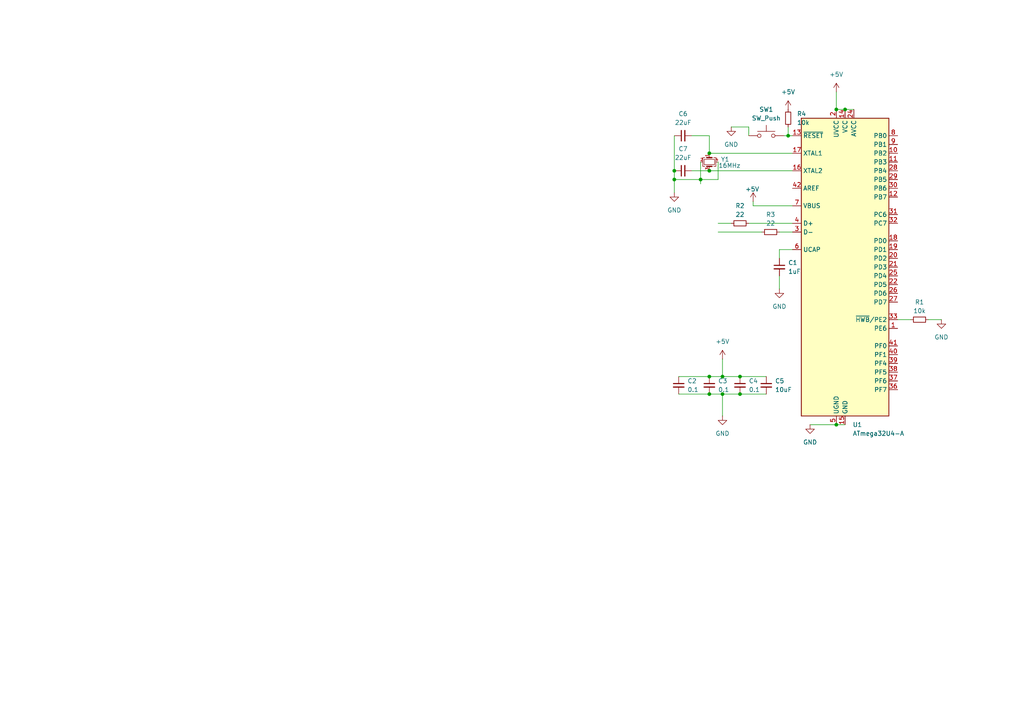
<source format=kicad_sch>
(kicad_sch (version 20231120) (generator "eeschema") (generator_version "8.0")
  (paper "A4")
  (lib_symbols
    (symbol "Device:C_Small" (pin_numbers hide) (pin_names (offset 0.254) hide)
      (property "Reference" "C" (at 0.254 1.778 0))
      (property "Value" "C_Small" (at 0.254 -2.032 0))
      (symbol "C_Small_0_1"
        (polyline (pts (xy -1.524 -0.508) (xy 1.524 -0.508)) (stroke (width 0.3302)))
        (polyline (pts (xy -1.524 0.508) (xy 1.524 0.508)) (stroke (width 0.3048)))
      )
      (symbol "C_Small_1_1"
        (pin passive line (at 0 2.54 270) (length 2.032) (name "~") (number "1"))
        (pin passive line (at 0 -2.54 90) (length 2.032) (name "~") (number "2"))
      )
    )
    (symbol "Device:Crystal_GND24_Small" (pin_names (offset 1.016) hide)
      (property "Reference" "Y" (at 1.27 4.445 0))
      (property "Value" "Crystal_GND24_Small" (at 1.27 2.54 0))
      (symbol "Crystal_GND24_Small_0_1"
        (rectangle (start -0.762 -1.524) (end 0.762 1.524))
        (polyline (pts (xy -1.27 -0.762) (xy -1.27 0.762)) (stroke (width 0.381)))
        (polyline (pts (xy 1.27 -0.762) (xy 1.27 0.762)) (stroke (width 0.381)))
        (polyline (pts (xy -1.27 -1.27) (xy -1.27 -1.905) (xy 1.27 -1.905) (xy 1.27 -1.27)))
        (polyline (pts (xy -1.27 1.27) (xy -1.27 1.905) (xy 1.27 1.905) (xy 1.27 1.27)))
      )
      (symbol "Crystal_GND24_Small_1_1"
        (pin passive line (at -2.54 0 0) (length 1.27) (name "1") (number "1"))
        (pin passive line (at 0 -2.54 90) (length 0.635) (name "2") (number "2"))
        (pin passive line (at 2.54 0 180) (length 1.27) (name "3") (number "3"))
        (pin passive line (at 0 2.54 270) (length 0.635) (name "4") (number "4"))
      )
    )
    (symbol "Device:R_Small" (pin_numbers hide) (pin_names (offset 0.254) hide)
      (property "Reference" "R" (at 0.762 0.508 0))
      (property "Value" "R_Small" (at 0.762 -1.016 0))
      (symbol "R_Small_0_1"
        (rectangle (start -0.762 1.778) (end 0.762 -1.778) (stroke (width 0.2032)))
      )
      (symbol "R_Small_1_1"
        (pin passive line (at 0 2.54 270) (length 0.762) (name "~") (number "1"))
        (pin passive line (at 0 -2.54 90) (length 0.762) (name "~") (number "2"))
      )
    )
    (symbol "MCU_Microchip_ATmega:ATmega32U4-A"
      (property "Reference" "U" (at -12.7 44.45 0))
      (property "Value" "ATmega32U4-A" (at 2.54 -44.45 0))
      (symbol "ATmega32U4-A_0_1"
        (rectangle (start -12.7 -43.18) (end 12.7 43.18) (stroke (width 0.254)) (fill (type background)))
      )
      (symbol "ATmega32U4-A_1_1"
        (pin bidirectional line (at 15.24 -17.78 180) (length 2.54) (name "PE6") (number "1"))
        (pin bidirectional line (at 15.24 33.02 180) (length 2.54) (name "PB2") (number "10"))
        (pin bidirectional line (at 15.24 30.48 180) (length 2.54) (name "PB3") (number "11"))
        (pin bidirectional line (at 15.24 20.32 180) (length 2.54) (name "PB7") (number "12"))
        (pin input line (at -15.24 38.1 0) (length 2.54) (name "~{RESET}") (number "13"))
        (pin power_in line (at 0 45.72 270) (length 2.54) (name "VCC") (number "14"))
        (pin power_in line (at 0 -45.72 90) (length 2.54) (name "GND") (number "15"))
        (pin output line (at -15.24 27.94 0) (length 2.54) (name "XTAL2") (number "16"))
        (pin input line (at -15.24 33.02 0) (length 2.54) (name "XTAL1") (number "17"))
        (pin bidirectional line (at 15.24 7.62 180) (length 2.54) (name "PD0") (number "18"))
        (pin bidirectional line (at 15.24 5.08 180) (length 2.54) (name "PD1") (number "19"))
        (pin power_in line (at -2.54 45.72 270) (length 2.54) (name "UVCC") (number "2"))
        (pin bidirectional line (at 15.24 2.54 180) (length 2.54) (name "PD2") (number "20"))
        (pin bidirectional line (at 15.24 0 180) (length 2.54) (name "PD3") (number "21"))
        (pin bidirectional line (at 15.24 -5.08 180) (length 2.54) (name "PD5") (number "22"))
        (pin passive line (at 0 -45.72 90) (length 2.54) hide (name "GND") (number "23"))
        (pin power_in line (at 2.54 45.72 270) (length 2.54) (name "AVCC") (number "24"))
        (pin bidirectional line (at 15.24 -2.54 180) (length 2.54) (name "PD4") (number "25"))
        (pin bidirectional line (at 15.24 -7.62 180) (length 2.54) (name "PD6") (number "26"))
        (pin bidirectional line (at 15.24 -10.16 180) (length 2.54) (name "PD7") (number "27"))
        (pin bidirectional line (at 15.24 27.94 180) (length 2.54) (name "PB4") (number "28"))
        (pin bidirectional line (at 15.24 25.4 180) (length 2.54) (name "PB5") (number "29"))
        (pin bidirectional line (at -15.24 10.16 0) (length 2.54) (name "D-") (number "3"))
        (pin bidirectional line (at 15.24 22.86 180) (length 2.54) (name "PB6") (number "30"))
        (pin bidirectional line (at 15.24 15.24 180) (length 2.54) (name "PC6") (number "31"))
        (pin bidirectional line (at 15.24 12.7 180) (length 2.54) (name "PC7") (number "32"))
        (pin bidirectional line (at 15.24 -15.24 180) (length 2.54) (name "~{HWB}/PE2") (number "33"))
        (pin passive line (at 0 45.72 270) (length 2.54) hide (name "VCC") (number "34"))
        (pin passive line (at 0 -45.72 90) (length 2.54) hide (name "GND") (number "35"))
        (pin bidirectional line (at 15.24 -35.56 180) (length 2.54) (name "PF7") (number "36"))
        (pin bidirectional line (at 15.24 -33.02 180) (length 2.54) (name "PF6") (number "37"))
        (pin bidirectional line (at 15.24 -30.48 180) (length 2.54) (name "PF5") (number "38"))
        (pin bidirectional line (at 15.24 -27.94 180) (length 2.54) (name "PF4") (number "39"))
        (pin bidirectional line (at -15.24 12.7 0) (length 2.54) (name "D+") (number "4"))
        (pin bidirectional line (at 15.24 -25.4 180) (length 2.54) (name "PF1") (number "40"))
        (pin bidirectional line (at 15.24 -22.86 180) (length 2.54) (name "PF0") (number "41"))
        (pin passive line (at -15.24 22.86 0) (length 2.54) (name "AREF") (number "42"))
        (pin passive line (at 0 -45.72 90) (length 2.54) hide (name "GND") (number "43"))
        (pin passive line (at 2.54 45.72 270) (length 2.54) hide (name "AVCC") (number "44"))
        (pin passive line (at -2.54 -45.72 90) (length 2.54) (name "UGND") (number "5"))
        (pin passive line (at -15.24 5.08 0) (length 2.54) (name "UCAP") (number "6"))
        (pin input line (at -15.24 17.78 0) (length 2.54) (name "VBUS") (number "7"))
        (pin bidirectional line (at 15.24 38.1 180) (length 2.54) (name "PB0") (number "8"))
        (pin bidirectional line (at 15.24 35.56 180) (length 2.54) (name "PB1") (number "9"))
      )
    )
    (symbol "Switch:SW_Push" (pin_numbers hide) (pin_names (offset 1.016) hide)
      (property "Reference" "SW" (at 1.27 2.54 0))
      (property "Value" "SW_Push" (at 0 -1.524 0))
      (symbol "SW_Push_0_1"
        (circle (center -2.032 0) (radius 0.508))
        (polyline (pts (xy 0 1.27) (xy 0 3.048)))
        (polyline (pts (xy 2.54 1.27) (xy -2.54 1.27)))
        (circle (center 2.032 0) (radius 0.508))
        (pin passive line (at -5.08 0 0) (length 2.54) (name "1") (number "1"))
        (pin passive line (at 5.08 0 180) (length 2.54) (name "2") (number "2"))
      )
    )
    (symbol "power:+5V" (power) (pin_numbers hide) (pin_names (offset 0) hide)
      (property "Value" "+5V" (at 0 3.556 0))
      (symbol "+5V_0_1"
        (polyline (pts (xy -0.762 1.27) (xy 0 2.54)))
        (polyline (pts (xy 0 0) (xy 0 2.54)))
        (polyline (pts (xy 0 2.54) (xy 0.762 1.27)))
      )
      (symbol "+5V_1_1"
        (pin power_in line (at 0 0 90) (length 0) (name "~") (number "1"))
      )
    )
    (symbol "power:GND" (power) (pin_numbers hide) (pin_names (offset 0) hide)
      (property "Value" "GND" (at 0 -3.81 0))
      (symbol "GND_0_1"
        (polyline (pts (xy 0 0) (xy 0 -1.27) (xy 1.27 -1.27) (xy 0 -2.54) (xy -1.27 -1.27) (xy 0 -1.27)))
      )
      (symbol "GND_1_1"
        (pin power_in line (at 0 0 270) (length 0) (name "~") (number "1"))
      )
    )
  )
  (junction (at 245.11 31.75))
  (junction (at 205.74 49.53))
  (junction (at 209.55 109.22))
  (junction (at 242.57 123.19))
  (junction (at 214.63 109.22))
  (junction (at 205.74 109.22))
  (junction (at 209.55 114.3))
  (junction (at 205.74 44.45))
  (junction (at 228.6 39.37))
  (junction (at 203.2 52.07))
  (junction (at 195.58 49.53))
  (junction (at 214.63 114.3))
  (junction (at 205.74 114.3))
  (junction (at 195.58 52.07))
  (junction (at 242.57 31.75))
  (wire (pts (xy 234.95 123.19) (xy 242.57 123.19)))
  (wire (pts (xy 209.55 104.14) (xy 209.55 109.22)))
  (wire (pts (xy 208.28 67.31) (xy 220.98 67.31)))
  (wire (pts (xy 226.06 67.31) (xy 229.87 67.31)))
  (wire (pts (xy 195.58 39.37) (xy 195.58 49.53)))
  (wire (pts (xy 226.06 80.01) (xy 226.06 83.82)))
  (wire (pts (xy 196.85 109.22) (xy 205.74 109.22)))
  (wire (pts (xy 195.58 49.53) (xy 195.58 52.07)))
  (wire (pts (xy 205.74 39.37) (xy 205.74 44.45)))
  (wire (pts (xy 217.17 36.83) (xy 217.17 39.37)))
  (wire (pts (xy 200.66 49.53) (xy 205.74 49.53)))
  (wire (pts (xy 209.55 114.3) (xy 214.63 114.3)))
  (wire (pts (xy 229.87 59.69) (xy 218.44 59.69)))
  (wire (pts (xy 245.11 31.75) (xy 247.65 31.75)))
  (wire (pts (xy 226.06 72.39) (xy 226.06 74.93)))
  (wire (pts (xy 242.57 31.75) (xy 245.11 31.75)))
  (wire (pts (xy 214.63 114.3) (xy 222.25 114.3)))
  (wire (pts (xy 260.35 92.71) (xy 264.16 92.71)))
  (wire (pts (xy 228.6 39.37) (xy 229.87 39.37)))
  (wire (pts (xy 205.74 114.3) (xy 209.55 114.3)))
  (wire (pts (xy 205.74 49.53) (xy 229.87 49.53)))
  (wire (pts (xy 228.6 36.83) (xy 228.6 39.37)))
  (wire (pts (xy 229.87 64.77) (xy 217.17 64.77)))
  (wire (pts (xy 203.2 52.07) (xy 203.2 53.34)))
  (wire (pts (xy 203.2 46.99) (xy 203.2 52.07)))
  (wire (pts (xy 205.74 109.22) (xy 209.55 109.22)))
  (wire (pts (xy 203.2 52.07) (xy 195.58 52.07)))
  (wire (pts (xy 205.74 44.45) (xy 229.87 44.45)))
  (wire (pts (xy 209.55 114.3) (xy 209.55 120.65)))
  (wire (pts (xy 242.57 123.19) (xy 245.11 123.19)))
  (wire (pts (xy 242.57 26.67) (xy 242.57 31.75)))
  (wire (pts (xy 195.58 52.07) (xy 195.58 55.88)))
  (wire (pts (xy 209.55 109.22) (xy 214.63 109.22)))
  (wire (pts (xy 218.44 58.42) (xy 218.44 59.69)))
  (wire (pts (xy 212.09 36.83) (xy 217.17 36.83)))
  (wire (pts (xy 226.06 72.39) (xy 229.87 72.39)))
  (wire (pts (xy 200.66 39.37) (xy 205.74 39.37)))
  (wire (pts (xy 208.28 46.99) (xy 208.28 52.07)))
  (wire (pts (xy 269.24 92.71) (xy 273.05 92.71)))
  (wire (pts (xy 203.2 52.07) (xy 208.28 52.07)))
  (wire (pts (xy 208.28 64.77) (xy 212.09 64.77)))
  (wire (pts (xy 196.85 114.3) (xy 205.74 114.3)))
  (wire (pts (xy 214.63 109.22) (xy 222.25 109.22)))
  (wire (pts (xy 227.33 39.37) (xy 228.6 39.37)))
  (symbol (lib_id "power:GND") (at 273.05 92.71 0) (unit 1)
    (property "Reference" "#PWR03" (effects (hide yes)))
    (property "Value" "GND" (at 273.05 97.79 0))
    (property "Description" "Power symbol creates a global label with name \"GND\" , ground" (effects (hide yes)))
  )
  (symbol (lib_id "Device:C_Small") (at 222.25 111.76 0) (unit 1)
    (property "Reference" "C5" (at 224.79 110.4962 0) (effects (justify left)))
    (property "Value" "10uF" (at 224.79 113.0362 0) (effects (justify left)))
    (property "Description" "Unpolarized capacitor, small symbol" (effects (hide yes)))
  )
  (symbol (lib_id "Device:R_Small") (at 223.52 67.31 90) (unit 1)
    (property "Reference" "R3" (at 223.52 62.23 90))
    (property "Value" "22" (at 223.52 64.77 90))
    (property "Description" "Resistor, small symbol" (effects (hide yes)))
  )
  (symbol (lib_id "Switch:SW_Push") (at 222.25 39.37 0) (unit 1)
    (property "Reference" "SW1" (at 222.25 31.75 0))
    (property "Value" "SW_Push" (at 222.25 34.29 0))
    (property "Description" "Push button switch, generic, two pins" (effects (hide yes)))
  )
  (symbol (lib_id "Device:R_Small") (at 214.63 64.77 90) (unit 1)
    (property "Reference" "R2" (at 214.63 59.69 90))
    (property "Value" "22" (at 214.63 62.23 90))
    (property "Description" "Resistor, small symbol" (effects (hide yes)))
  )
  (symbol (lib_id "Device:R_Small") (at 228.6 34.29 180) (unit 1)
    (property "Reference" "R4" (at 231.14 33.0199 0) (effects (justify right)))
    (property "Value" "10k" (at 231.14 35.5599 0) (effects (justify right)))
    (property "Description" "Resistor, small symbol" (effects (hide yes)))
  )
  (symbol (lib_id "Device:C_Small") (at 198.12 39.37 90) (unit 1)
    (property "Reference" "C6" (at 198.1263 33.02 90))
    (property "Value" "22uF" (at 198.1263 35.56 90))
    (property "Description" "Unpolarized capacitor, small symbol" (effects (hide yes)))
  )
  (symbol (lib_id "power:+5V") (at 218.44 58.42 0) (unit 1)
    (property "Reference" "#PWR07" (effects (hide yes)))
    (property "Value" "+5V" (at 218.186 54.864 0))
    (property "Description" "Power symbol creates a global label with name \"+5V\"" (effects (hide yes)))
  )
  (symbol (lib_id "power:GND") (at 195.58 55.88 0) (unit 1)
    (property "Reference" "#PWR08" (effects (hide yes)))
    (property "Value" "GND" (at 195.58 60.96 0))
    (property "Description" "Power symbol creates a global label with name \"GND\" , ground" (effects (hide yes)))
  )
  (symbol (lib_id "power:GND") (at 209.55 120.65 0) (unit 1)
    (property "Reference" "#PWR05" (effects (hide yes)))
    (property "Value" "GND" (at 209.55 125.73 0))
    (property "Description" "Power symbol creates a global label with name \"GND\" , ground" (effects (hide yes)))
  )
  (symbol (lib_id "Device:Crystal_GND24_Small") (at 205.74 46.99 270) (unit 1)
    (property "Reference" "Y1" (at 210.312 46.228 90))
    (property "Value" "16MHz" (at 211.582 48.006 90))
    (property "Description" "Four pin crystal, GND on pins 2 and 4, small symbol" (effects (hide yes)))
  )
  (symbol (lib_id "Device:C_Small") (at 198.12 49.53 90) (unit 1)
    (property "Reference" "C7" (at 198.1263 43.18 90))
    (property "Value" "22uF" (at 198.1263 45.72 90))
    (property "Description" "Unpolarized capacitor, small symbol" (effects (hide yes)))
  )
  (symbol (lib_id "Device:C_Small") (at 226.06 77.47 0) (unit 1)
    (property "Reference" "C1" (at 228.6 76.2062 0) (effects (justify left)))
    (property "Value" "1uF" (at 228.6 78.7462 0) (effects (justify left)))
    (property "Description" "Unpolarized capacitor, small symbol" (effects (hide yes)))
  )
  (symbol (lib_id "power:+5V") (at 228.6 31.75 0) (unit 1)
    (property "Reference" "#PWR010" (effects (hide yes)))
    (property "Value" "+5V" (at 228.6 26.67 0))
    (property "Description" "Power symbol creates a global label with name \"+5V\"" (effects (hide yes)))
  )
  (symbol (lib_id "Device:C_Small") (at 205.74 111.76 0) (unit 1)
    (property "Reference" "C3" (at 208.28 110.4962 0) (effects (justify left)))
    (property "Value" "0.1" (at 208.28 113.0362 0) (effects (justify left)))
    (property "Description" "Unpolarized capacitor, small symbol" (effects (hide yes)))
  )
  (symbol (lib_id "power:+5V") (at 209.55 104.14 0) (unit 1)
    (property "Reference" "#PWR06" (effects (hide yes)))
    (property "Value" "+5V" (at 209.55 99.06 0))
    (property "Description" "Power symbol creates a global label with name \"+5V\"" (effects (hide yes)))
  )
  (symbol (lib_id "Device:C_Small") (at 214.63 111.76 0) (unit 1)
    (property "Reference" "C4" (at 217.17 110.4962 0) (effects (justify left)))
    (property "Value" "0.1" (at 217.17 113.0362 0) (effects (justify left)))
    (property "Description" "Unpolarized capacitor, small symbol" (effects (hide yes)))
  )
  (symbol (lib_id "power:GND") (at 234.95 123.19 0) (unit 1)
    (property "Reference" "#PWR02" (effects (hide yes)))
    (property "Value" "GND" (at 234.95 128.27 0))
    (property "Description" "Power symbol creates a global label with name \"GND\" , ground" (effects (hide yes)))
  )
  (symbol (lib_id "Device:R_Small") (at 266.7 92.71 90) (unit 1)
    (property "Reference" "R1" (at 266.7 87.63 90))
    (property "Value" "10k" (at 266.7 90.17 90))
    (property "Description" "Resistor, small symbol" (effects (hide yes)))
  )
  (symbol (lib_id "power:GND") (at 212.09 36.83 0) (unit 1)
    (property "Reference" "#PWR09" (effects (hide yes)))
    (property "Value" "GND" (at 212.09 41.91 0))
    (property "Description" "Power symbol creates a global label with name \"GND\" , ground" (effects (hide yes)))
  )
  (symbol (lib_id "power:+5V") (at 242.57 26.67 0) (unit 1)
    (property "Reference" "#PWR01" (effects (hide yes)))
    (property "Value" "+5V" (at 242.57 21.59 0))
    (property "Description" "Power symbol creates a global label with name \"+5V\"" (effects (hide yes)))
  )
  (symbol (lib_id "Device:C_Small") (at 196.85 111.76 0) (unit 1)
    (property "Reference" "C2" (at 199.39 110.4962 0) (effects (justify left)))
    (property "Value" "0.1" (at 199.39 113.0362 0) (effects (justify left)))
    (property "Description" "Unpolarized capacitor, small symbol" (effects (hide yes)))
  )
  (symbol (lib_id "power:GND") (at 226.06 83.82 0) (unit 1)
    (property "Reference" "#PWR04" (effects (hide yes)))
    (property "Value" "GND" (at 226.06 88.9 0))
    (property "Description" "Power symbol creates a global label with name \"GND\" , ground" (effects (hide yes)))
  )
  (symbol (lib_id "MCU_Microchip_ATmega:ATmega32U4-A") (at 245.11 77.47 0) (unit 1)
    (property "Reference" "U1" (at 247.3041 123.19 0) (effects (justify left)))
    (property "Value" "ATmega32U4-A" (at 247.3041 125.73 0) (effects (justify left)))
    (property "Footprint" "Package_QFP:TQFP-44_10x10mm_P0.8mm" (effects (hide yes)))
    (property "Datasheet" "http://ww1.microchip.com/downloads/en/DeviceDoc/Atmel-7766-8-bit-AVR-ATmega16U4-32U4_Datasheet.pdf" (effects (hide yes)))
    (property "Description" "16MHz, 32kB Flash, 2.5kB SRAM, 1kB EEPROM, USB 2.0, TQFP-44" (effects (hide yes)))
  )
)
</source>
